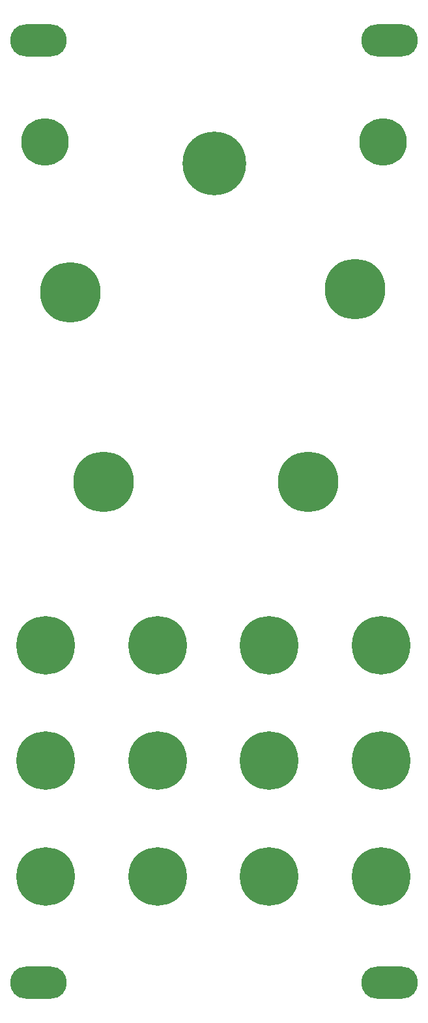
<source format=gbr>
G04 #@! TF.GenerationSoftware,KiCad,Pcbnew,8.0.5*
G04 #@! TF.CreationDate,2024-10-24T15:03:46-07:00*
G04 #@! TF.ProjectId,Sampler-built-FACEPLATE,53616d70-6c65-4722-9d62-75696c742d46,rev?*
G04 #@! TF.SameCoordinates,PXfff3cb00PY713fb30*
G04 #@! TF.FileFunction,Soldermask,Top*
G04 #@! TF.FilePolarity,Negative*
%FSLAX46Y46*%
G04 Gerber Fmt 4.6, Leading zero omitted, Abs format (unit mm)*
G04 Created by KiCad (PCBNEW 8.0.5) date 2024-10-24 15:03:46*
%MOMM*%
%LPD*%
G01*
G04 APERTURE LIST*
%ADD10C,7.874000*%
%ADD11C,7.620000*%
%ADD12O,7.366000X4.191000*%
%ADD13C,8.255000*%
%ADD14C,6.172200*%
G04 APERTURE END LIST*
D10*
G04 #@! TO.C,REF\u002A\u002A*
X11620000Y92731000D03*
G04 #@! TD*
G04 #@! TO.C,REF\u002A\u002A*
X15940000Y68128000D03*
G04 #@! TD*
D11*
G04 #@! TO.C,REF\u002A\u002A*
X8431000Y46815000D03*
G04 #@! TD*
D10*
G04 #@! TO.C,REF\u002A\u002A*
X48615000Y93159000D03*
G04 #@! TD*
D11*
G04 #@! TO.C,REF\u002A\u002A*
X37485000Y31819000D03*
G04 #@! TD*
G04 #@! TO.C,REF\u002A\u002A*
X8430000Y16790000D03*
G04 #@! TD*
D12*
G04 #@! TO.C,REF\u002A\u002A*
X53107000Y125502800D03*
G04 #@! TD*
D11*
G04 #@! TO.C,REF\u002A\u002A*
X8431000Y31819000D03*
G04 #@! TD*
D13*
G04 #@! TO.C,LOCK1*
X30331000Y109479000D03*
G04 #@! TD*
D11*
G04 #@! TO.C,REF\u002A\u002A*
X37485000Y16790000D03*
G04 #@! TD*
D12*
G04 #@! TO.C,REF\u002A\u002A*
X53107000Y2997200D03*
G04 #@! TD*
D11*
G04 #@! TO.C,REF\u002A\u002A*
X52006000Y31819000D03*
G04 #@! TD*
G04 #@! TO.C,REF\u002A\u002A*
X52006000Y16790000D03*
G04 #@! TD*
G04 #@! TO.C,REF\u002A\u002A*
X52006000Y46815000D03*
G04 #@! TD*
D14*
G04 #@! TO.C,REF\u002A\u002A*
X8300000Y112250000D03*
G04 #@! TD*
D12*
G04 #@! TO.C,REF\u002A\u002A*
X7492999Y2997200D03*
G04 #@! TD*
D11*
G04 #@! TO.C,REF\u002A\u002A*
X22957000Y46815000D03*
G04 #@! TD*
D10*
G04 #@! TO.C,REF\u002A\u002A*
X42560000Y68128000D03*
G04 #@! TD*
D11*
G04 #@! TO.C,REF\u002A\u002A*
X22958000Y31819000D03*
G04 #@! TD*
G04 #@! TO.C,REF\u002A\u002A*
X37485000Y46815000D03*
G04 #@! TD*
G04 #@! TO.C,REF\u002A\u002A*
X22958000Y16790000D03*
G04 #@! TD*
D14*
G04 #@! TO.C,REF\u002A\u002A*
X52300000Y112250000D03*
G04 #@! TD*
D12*
G04 #@! TO.C,REF\u002A\u002A*
X7492999Y125502800D03*
G04 #@! TD*
M02*

</source>
